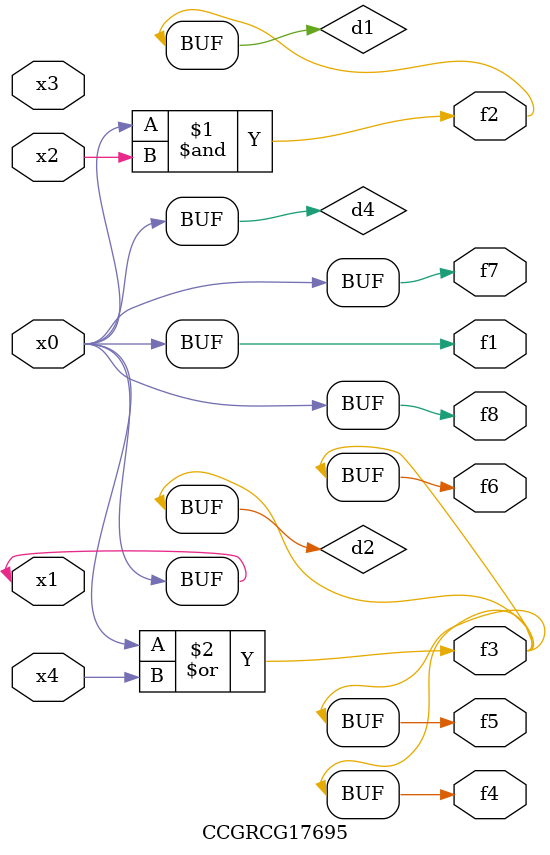
<source format=v>
module CCGRCG17695(
	input x0, x1, x2, x3, x4,
	output f1, f2, f3, f4, f5, f6, f7, f8
);

	wire d1, d2, d3, d4;

	and (d1, x0, x2);
	or (d2, x0, x4);
	nand (d3, x0, x2);
	buf (d4, x0, x1);
	assign f1 = d4;
	assign f2 = d1;
	assign f3 = d2;
	assign f4 = d2;
	assign f5 = d2;
	assign f6 = d2;
	assign f7 = d4;
	assign f8 = d4;
endmodule

</source>
